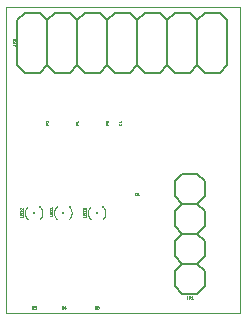
<source format=gto>
G75*
%MOIN*%
%OFA0B0*%
%FSLAX25Y25*%
%IPPOS*%
%LPD*%
%AMOC8*
5,1,8,0,0,1.08239X$1,22.5*
%
%ADD10C,0.00000*%
%ADD11C,0.00100*%
%ADD12C,0.00600*%
%ADD13C,0.00400*%
%ADD14R,0.00787X0.00787*%
%ADD15R,0.00984X0.00591*%
D10*
X0006500Y0005500D02*
X0006500Y0107500D01*
X0084500Y0107500D01*
X0084500Y0005500D01*
X0006500Y0005500D01*
D11*
X0015053Y0007050D02*
X0015053Y0007950D01*
X0015303Y0007950D01*
X0015333Y0007948D01*
X0015363Y0007943D01*
X0015392Y0007934D01*
X0015419Y0007921D01*
X0015445Y0007906D01*
X0015469Y0007887D01*
X0015490Y0007866D01*
X0015509Y0007842D01*
X0015524Y0007816D01*
X0015537Y0007789D01*
X0015546Y0007760D01*
X0015551Y0007730D01*
X0015553Y0007700D01*
X0015551Y0007670D01*
X0015546Y0007640D01*
X0015537Y0007611D01*
X0015524Y0007584D01*
X0015509Y0007558D01*
X0015490Y0007534D01*
X0015469Y0007513D01*
X0015445Y0007494D01*
X0015419Y0007479D01*
X0015392Y0007466D01*
X0015363Y0007457D01*
X0015333Y0007452D01*
X0015303Y0007450D01*
X0015053Y0007450D01*
X0015353Y0007450D02*
X0015553Y0007050D01*
X0015947Y0007050D02*
X0016247Y0007050D01*
X0016273Y0007052D01*
X0016299Y0007057D01*
X0016324Y0007065D01*
X0016347Y0007077D01*
X0016369Y0007091D01*
X0016388Y0007109D01*
X0016406Y0007128D01*
X0016420Y0007150D01*
X0016432Y0007173D01*
X0016440Y0007198D01*
X0016445Y0007224D01*
X0016447Y0007250D01*
X0016447Y0007350D01*
X0016445Y0007376D01*
X0016440Y0007402D01*
X0016432Y0007427D01*
X0016420Y0007450D01*
X0016406Y0007472D01*
X0016388Y0007491D01*
X0016369Y0007509D01*
X0016347Y0007523D01*
X0016324Y0007535D01*
X0016299Y0007543D01*
X0016273Y0007548D01*
X0016247Y0007550D01*
X0015947Y0007550D01*
X0015947Y0007950D01*
X0016447Y0007950D01*
X0025053Y0007950D02*
X0025053Y0007050D01*
X0025053Y0007450D02*
X0025303Y0007450D01*
X0025353Y0007450D02*
X0025553Y0007050D01*
X0025947Y0007250D02*
X0026447Y0007250D01*
X0026297Y0007450D02*
X0026297Y0007050D01*
X0025947Y0007250D02*
X0026147Y0007950D01*
X0025303Y0007950D02*
X0025053Y0007950D01*
X0025303Y0007950D02*
X0025333Y0007948D01*
X0025363Y0007943D01*
X0025392Y0007934D01*
X0025419Y0007921D01*
X0025445Y0007906D01*
X0025469Y0007887D01*
X0025490Y0007866D01*
X0025509Y0007842D01*
X0025524Y0007816D01*
X0025537Y0007789D01*
X0025546Y0007760D01*
X0025551Y0007730D01*
X0025553Y0007700D01*
X0025551Y0007670D01*
X0025546Y0007640D01*
X0025537Y0007611D01*
X0025524Y0007584D01*
X0025509Y0007558D01*
X0025490Y0007534D01*
X0025469Y0007513D01*
X0025445Y0007494D01*
X0025419Y0007479D01*
X0025392Y0007466D01*
X0025363Y0007457D01*
X0025333Y0007452D01*
X0025303Y0007450D01*
X0036053Y0007450D02*
X0036303Y0007450D01*
X0036353Y0007450D02*
X0036553Y0007050D01*
X0036947Y0007300D02*
X0036947Y0007550D01*
X0037247Y0007550D01*
X0036947Y0007550D02*
X0036949Y0007589D01*
X0036955Y0007628D01*
X0036964Y0007666D01*
X0036977Y0007703D01*
X0036994Y0007739D01*
X0037014Y0007772D01*
X0037038Y0007804D01*
X0037064Y0007833D01*
X0037093Y0007859D01*
X0037125Y0007883D01*
X0037158Y0007903D01*
X0037194Y0007920D01*
X0037231Y0007933D01*
X0037269Y0007942D01*
X0037308Y0007948D01*
X0037347Y0007950D01*
X0037447Y0007350D02*
X0037447Y0007300D01*
X0037447Y0007350D02*
X0037445Y0007376D01*
X0037440Y0007402D01*
X0037432Y0007427D01*
X0037420Y0007450D01*
X0037406Y0007472D01*
X0037388Y0007491D01*
X0037369Y0007509D01*
X0037347Y0007523D01*
X0037324Y0007535D01*
X0037299Y0007543D01*
X0037273Y0007548D01*
X0037247Y0007550D01*
X0037447Y0007300D02*
X0037445Y0007270D01*
X0037440Y0007240D01*
X0037431Y0007211D01*
X0037418Y0007184D01*
X0037403Y0007158D01*
X0037384Y0007134D01*
X0037363Y0007113D01*
X0037339Y0007094D01*
X0037313Y0007079D01*
X0037286Y0007066D01*
X0037257Y0007057D01*
X0037227Y0007052D01*
X0037197Y0007050D01*
X0037167Y0007052D01*
X0037137Y0007057D01*
X0037108Y0007066D01*
X0037081Y0007079D01*
X0037055Y0007094D01*
X0037031Y0007113D01*
X0037010Y0007134D01*
X0036991Y0007158D01*
X0036976Y0007184D01*
X0036963Y0007211D01*
X0036954Y0007240D01*
X0036949Y0007270D01*
X0036947Y0007300D01*
X0036303Y0007450D02*
X0036333Y0007452D01*
X0036363Y0007457D01*
X0036392Y0007466D01*
X0036419Y0007479D01*
X0036445Y0007494D01*
X0036469Y0007513D01*
X0036490Y0007534D01*
X0036509Y0007558D01*
X0036524Y0007584D01*
X0036537Y0007611D01*
X0036546Y0007640D01*
X0036551Y0007670D01*
X0036553Y0007700D01*
X0036551Y0007730D01*
X0036546Y0007760D01*
X0036537Y0007789D01*
X0036524Y0007816D01*
X0036509Y0007842D01*
X0036490Y0007866D01*
X0036469Y0007887D01*
X0036445Y0007906D01*
X0036419Y0007921D01*
X0036392Y0007934D01*
X0036363Y0007943D01*
X0036333Y0007948D01*
X0036303Y0007950D01*
X0036053Y0007950D01*
X0036053Y0007050D01*
X0033200Y0037550D02*
X0032300Y0037550D01*
X0032300Y0038330D02*
X0032300Y0038730D01*
X0032300Y0039108D02*
X0032300Y0039358D01*
X0032302Y0039388D01*
X0032307Y0039418D01*
X0032316Y0039447D01*
X0032329Y0039474D01*
X0032344Y0039500D01*
X0032363Y0039524D01*
X0032384Y0039545D01*
X0032408Y0039564D01*
X0032434Y0039579D01*
X0032461Y0039592D01*
X0032490Y0039601D01*
X0032520Y0039606D01*
X0032550Y0039608D01*
X0032950Y0039608D01*
X0032980Y0039606D01*
X0033010Y0039601D01*
X0033039Y0039592D01*
X0033066Y0039579D01*
X0033092Y0039564D01*
X0033116Y0039545D01*
X0033137Y0039524D01*
X0033156Y0039500D01*
X0033171Y0039474D01*
X0033184Y0039447D01*
X0033193Y0039418D01*
X0033198Y0039388D01*
X0033200Y0039358D01*
X0033200Y0039108D01*
X0032300Y0039108D01*
X0032700Y0038630D02*
X0032700Y0038330D01*
X0032300Y0038330D02*
X0033200Y0038330D01*
X0033200Y0038730D01*
X0033200Y0037950D02*
X0033200Y0037550D01*
X0033200Y0040038D02*
X0033200Y0040288D01*
X0033198Y0040318D01*
X0033193Y0040348D01*
X0033184Y0040377D01*
X0033171Y0040404D01*
X0033156Y0040430D01*
X0033137Y0040454D01*
X0033116Y0040475D01*
X0033092Y0040494D01*
X0033066Y0040509D01*
X0033039Y0040522D01*
X0033010Y0040531D01*
X0032980Y0040536D01*
X0032950Y0040538D01*
X0032920Y0040536D01*
X0032890Y0040531D01*
X0032861Y0040522D01*
X0032834Y0040509D01*
X0032808Y0040494D01*
X0032784Y0040475D01*
X0032763Y0040454D01*
X0032744Y0040430D01*
X0032729Y0040404D01*
X0032716Y0040377D01*
X0032707Y0040348D01*
X0032702Y0040318D01*
X0032700Y0040288D01*
X0032700Y0040338D02*
X0032700Y0040138D01*
X0032700Y0040338D02*
X0032698Y0040365D01*
X0032693Y0040392D01*
X0032683Y0040418D01*
X0032671Y0040442D01*
X0032655Y0040464D01*
X0032637Y0040484D01*
X0032615Y0040501D01*
X0032592Y0040516D01*
X0032567Y0040526D01*
X0032541Y0040534D01*
X0032514Y0040538D01*
X0032486Y0040538D01*
X0032459Y0040534D01*
X0032433Y0040526D01*
X0032408Y0040516D01*
X0032385Y0040501D01*
X0032363Y0040484D01*
X0032345Y0040464D01*
X0032329Y0040442D01*
X0032317Y0040418D01*
X0032307Y0040392D01*
X0032302Y0040365D01*
X0032300Y0040338D01*
X0032300Y0040038D01*
X0021950Y0040288D02*
X0021950Y0040788D01*
X0021950Y0040538D02*
X0021050Y0040538D01*
X0021250Y0040288D01*
X0021300Y0039858D02*
X0021700Y0039858D01*
X0021730Y0039856D01*
X0021760Y0039851D01*
X0021789Y0039842D01*
X0021816Y0039829D01*
X0021842Y0039814D01*
X0021866Y0039795D01*
X0021887Y0039774D01*
X0021906Y0039750D01*
X0021921Y0039724D01*
X0021934Y0039697D01*
X0021943Y0039668D01*
X0021948Y0039638D01*
X0021950Y0039608D01*
X0021950Y0039358D01*
X0021050Y0039358D01*
X0021050Y0039608D01*
X0021052Y0039638D01*
X0021057Y0039668D01*
X0021066Y0039697D01*
X0021079Y0039724D01*
X0021094Y0039750D01*
X0021113Y0039774D01*
X0021134Y0039795D01*
X0021158Y0039814D01*
X0021184Y0039829D01*
X0021211Y0039842D01*
X0021240Y0039851D01*
X0021270Y0039856D01*
X0021300Y0039858D01*
X0021050Y0038980D02*
X0021050Y0038580D01*
X0021950Y0038580D01*
X0021950Y0038980D01*
X0021450Y0038880D02*
X0021450Y0038580D01*
X0021950Y0038200D02*
X0021950Y0037800D01*
X0021050Y0037800D01*
X0012200Y0037950D02*
X0012200Y0037550D01*
X0011300Y0037550D01*
X0011300Y0038330D02*
X0011300Y0038730D01*
X0011300Y0039108D02*
X0011300Y0039358D01*
X0011302Y0039388D01*
X0011307Y0039418D01*
X0011316Y0039447D01*
X0011329Y0039474D01*
X0011344Y0039500D01*
X0011363Y0039524D01*
X0011384Y0039545D01*
X0011408Y0039564D01*
X0011434Y0039579D01*
X0011461Y0039592D01*
X0011490Y0039601D01*
X0011520Y0039606D01*
X0011550Y0039608D01*
X0011950Y0039608D01*
X0011980Y0039606D01*
X0012010Y0039601D01*
X0012039Y0039592D01*
X0012066Y0039579D01*
X0012092Y0039564D01*
X0012116Y0039545D01*
X0012137Y0039524D01*
X0012156Y0039500D01*
X0012171Y0039474D01*
X0012184Y0039447D01*
X0012193Y0039418D01*
X0012198Y0039388D01*
X0012200Y0039358D01*
X0012200Y0039108D01*
X0011300Y0039108D01*
X0011700Y0038630D02*
X0011700Y0038330D01*
X0011300Y0038330D02*
X0012200Y0038330D01*
X0012200Y0038730D01*
X0012200Y0040038D02*
X0012200Y0040538D01*
X0012200Y0040038D02*
X0011700Y0040463D01*
X0011300Y0040313D02*
X0011302Y0040280D01*
X0011308Y0040247D01*
X0011317Y0040216D01*
X0011330Y0040185D01*
X0011346Y0040157D01*
X0011365Y0040130D01*
X0011388Y0040106D01*
X0011413Y0040084D01*
X0011440Y0040065D01*
X0011469Y0040050D01*
X0011500Y0040038D01*
X0011700Y0040463D02*
X0011680Y0040482D01*
X0011657Y0040499D01*
X0011633Y0040513D01*
X0011607Y0040524D01*
X0011580Y0040532D01*
X0011553Y0040536D01*
X0011525Y0040538D01*
X0011498Y0040536D01*
X0011471Y0040531D01*
X0011445Y0040523D01*
X0011420Y0040512D01*
X0011397Y0040498D01*
X0011376Y0040481D01*
X0011357Y0040462D01*
X0011340Y0040441D01*
X0011326Y0040418D01*
X0011315Y0040393D01*
X0011307Y0040367D01*
X0011302Y0040340D01*
X0011300Y0040313D01*
X0019800Y0068303D02*
X0019800Y0068553D01*
X0019800Y0068303D02*
X0020700Y0068303D01*
X0020300Y0068303D02*
X0020300Y0068553D01*
X0020300Y0068603D02*
X0020700Y0068803D01*
X0020700Y0069197D02*
X0020200Y0069622D01*
X0019800Y0069472D02*
X0019802Y0069439D01*
X0019808Y0069406D01*
X0019817Y0069375D01*
X0019830Y0069344D01*
X0019846Y0069316D01*
X0019865Y0069289D01*
X0019888Y0069265D01*
X0019913Y0069243D01*
X0019940Y0069224D01*
X0019969Y0069209D01*
X0020000Y0069197D01*
X0020200Y0069622D02*
X0020180Y0069641D01*
X0020157Y0069658D01*
X0020133Y0069672D01*
X0020107Y0069683D01*
X0020080Y0069691D01*
X0020053Y0069695D01*
X0020025Y0069697D01*
X0019998Y0069695D01*
X0019971Y0069690D01*
X0019945Y0069682D01*
X0019920Y0069671D01*
X0019897Y0069657D01*
X0019876Y0069640D01*
X0019857Y0069621D01*
X0019840Y0069600D01*
X0019826Y0069577D01*
X0019815Y0069552D01*
X0019807Y0069526D01*
X0019802Y0069499D01*
X0019800Y0069472D01*
X0020700Y0069697D02*
X0020700Y0069197D01*
X0020300Y0068553D02*
X0020298Y0068583D01*
X0020293Y0068613D01*
X0020284Y0068642D01*
X0020271Y0068669D01*
X0020256Y0068695D01*
X0020237Y0068719D01*
X0020216Y0068740D01*
X0020192Y0068759D01*
X0020166Y0068774D01*
X0020139Y0068787D01*
X0020110Y0068796D01*
X0020080Y0068801D01*
X0020050Y0068803D01*
X0020020Y0068801D01*
X0019990Y0068796D01*
X0019961Y0068787D01*
X0019934Y0068774D01*
X0019908Y0068759D01*
X0019884Y0068740D01*
X0019863Y0068719D01*
X0019844Y0068695D01*
X0019829Y0068669D01*
X0019816Y0068642D01*
X0019807Y0068613D01*
X0019802Y0068583D01*
X0019800Y0068553D01*
X0029800Y0068553D02*
X0029800Y0068303D01*
X0030700Y0068303D01*
X0030300Y0068303D02*
X0030300Y0068553D01*
X0030300Y0068603D02*
X0030700Y0068803D01*
X0030700Y0069197D02*
X0030700Y0069697D01*
X0030700Y0069447D02*
X0029800Y0069447D01*
X0030000Y0069197D01*
X0029800Y0068553D02*
X0029802Y0068583D01*
X0029807Y0068613D01*
X0029816Y0068642D01*
X0029829Y0068669D01*
X0029844Y0068695D01*
X0029863Y0068719D01*
X0029884Y0068740D01*
X0029908Y0068759D01*
X0029934Y0068774D01*
X0029961Y0068787D01*
X0029990Y0068796D01*
X0030020Y0068801D01*
X0030050Y0068803D01*
X0030080Y0068801D01*
X0030110Y0068796D01*
X0030139Y0068787D01*
X0030166Y0068774D01*
X0030192Y0068759D01*
X0030216Y0068740D01*
X0030237Y0068719D01*
X0030256Y0068695D01*
X0030271Y0068669D01*
X0030284Y0068642D01*
X0030293Y0068613D01*
X0030298Y0068583D01*
X0030300Y0068553D01*
X0039800Y0068553D02*
X0039800Y0068303D01*
X0040700Y0068303D01*
X0040300Y0068303D02*
X0040300Y0068553D01*
X0040300Y0068603D02*
X0040700Y0068803D01*
X0040700Y0069197D02*
X0040700Y0069447D01*
X0040698Y0069477D01*
X0040693Y0069507D01*
X0040684Y0069536D01*
X0040671Y0069563D01*
X0040656Y0069589D01*
X0040637Y0069613D01*
X0040616Y0069634D01*
X0040592Y0069653D01*
X0040566Y0069668D01*
X0040539Y0069681D01*
X0040510Y0069690D01*
X0040480Y0069695D01*
X0040450Y0069697D01*
X0040420Y0069695D01*
X0040390Y0069690D01*
X0040361Y0069681D01*
X0040334Y0069668D01*
X0040308Y0069653D01*
X0040284Y0069634D01*
X0040263Y0069613D01*
X0040244Y0069589D01*
X0040229Y0069563D01*
X0040216Y0069536D01*
X0040207Y0069507D01*
X0040202Y0069477D01*
X0040200Y0069447D01*
X0040200Y0069497D02*
X0040200Y0069297D01*
X0040200Y0069497D02*
X0040198Y0069524D01*
X0040193Y0069551D01*
X0040183Y0069577D01*
X0040171Y0069601D01*
X0040155Y0069623D01*
X0040137Y0069643D01*
X0040115Y0069660D01*
X0040092Y0069675D01*
X0040067Y0069685D01*
X0040041Y0069693D01*
X0040014Y0069697D01*
X0039986Y0069697D01*
X0039959Y0069693D01*
X0039933Y0069685D01*
X0039908Y0069675D01*
X0039885Y0069660D01*
X0039863Y0069643D01*
X0039845Y0069623D01*
X0039829Y0069601D01*
X0039817Y0069577D01*
X0039807Y0069551D01*
X0039802Y0069524D01*
X0039800Y0069497D01*
X0039800Y0069197D01*
X0039800Y0068553D02*
X0039802Y0068583D01*
X0039807Y0068613D01*
X0039816Y0068642D01*
X0039829Y0068669D01*
X0039844Y0068695D01*
X0039863Y0068719D01*
X0039884Y0068740D01*
X0039908Y0068759D01*
X0039934Y0068774D01*
X0039961Y0068787D01*
X0039990Y0068796D01*
X0040020Y0068801D01*
X0040050Y0068803D01*
X0040080Y0068801D01*
X0040110Y0068796D01*
X0040139Y0068787D01*
X0040166Y0068774D01*
X0040192Y0068759D01*
X0040216Y0068740D01*
X0040237Y0068719D01*
X0040256Y0068695D01*
X0040271Y0068669D01*
X0040284Y0068642D01*
X0040293Y0068613D01*
X0040298Y0068583D01*
X0040300Y0068553D01*
X0044050Y0068574D02*
X0044050Y0068774D01*
X0044050Y0068574D02*
X0044052Y0068548D01*
X0044057Y0068522D01*
X0044065Y0068497D01*
X0044077Y0068474D01*
X0044091Y0068452D01*
X0044109Y0068433D01*
X0044128Y0068415D01*
X0044150Y0068401D01*
X0044173Y0068389D01*
X0044198Y0068381D01*
X0044224Y0068376D01*
X0044250Y0068374D01*
X0044750Y0068374D01*
X0044776Y0068376D01*
X0044802Y0068381D01*
X0044827Y0068389D01*
X0044850Y0068401D01*
X0044872Y0068415D01*
X0044891Y0068433D01*
X0044909Y0068452D01*
X0044923Y0068474D01*
X0044935Y0068497D01*
X0044943Y0068522D01*
X0044948Y0068548D01*
X0044950Y0068574D01*
X0044950Y0068774D01*
X0044950Y0069126D02*
X0044950Y0069626D01*
X0044950Y0069376D02*
X0044050Y0069376D01*
X0044250Y0069126D01*
X0049565Y0045450D02*
X0049565Y0045050D01*
X0049567Y0045020D01*
X0049572Y0044990D01*
X0049581Y0044961D01*
X0049594Y0044934D01*
X0049609Y0044908D01*
X0049628Y0044884D01*
X0049649Y0044863D01*
X0049673Y0044844D01*
X0049699Y0044829D01*
X0049726Y0044816D01*
X0049755Y0044807D01*
X0049785Y0044802D01*
X0049815Y0044800D01*
X0049845Y0044802D01*
X0049875Y0044807D01*
X0049904Y0044816D01*
X0049931Y0044829D01*
X0049957Y0044844D01*
X0049981Y0044863D01*
X0050002Y0044884D01*
X0050021Y0044908D01*
X0050036Y0044934D01*
X0050049Y0044961D01*
X0050058Y0044990D01*
X0050063Y0045020D01*
X0050065Y0045050D01*
X0050065Y0045450D01*
X0050063Y0045480D01*
X0050058Y0045510D01*
X0050049Y0045539D01*
X0050036Y0045566D01*
X0050021Y0045592D01*
X0050002Y0045616D01*
X0049981Y0045637D01*
X0049957Y0045656D01*
X0049931Y0045671D01*
X0049904Y0045684D01*
X0049875Y0045693D01*
X0049845Y0045698D01*
X0049815Y0045700D01*
X0049785Y0045698D01*
X0049755Y0045693D01*
X0049726Y0045684D01*
X0049699Y0045671D01*
X0049673Y0045656D01*
X0049649Y0045637D01*
X0049628Y0045616D01*
X0049609Y0045592D01*
X0049594Y0045566D01*
X0049581Y0045539D01*
X0049572Y0045510D01*
X0049567Y0045480D01*
X0049565Y0045450D01*
X0049965Y0045000D02*
X0050165Y0044800D01*
X0050435Y0044800D02*
X0050935Y0044800D01*
X0050685Y0044800D02*
X0050685Y0045700D01*
X0050435Y0045500D01*
X0067037Y0011250D02*
X0067037Y0010550D01*
X0067035Y0010524D01*
X0067030Y0010498D01*
X0067022Y0010473D01*
X0067010Y0010450D01*
X0066996Y0010428D01*
X0066978Y0010409D01*
X0066959Y0010391D01*
X0066937Y0010377D01*
X0066914Y0010365D01*
X0066889Y0010357D01*
X0066863Y0010352D01*
X0066837Y0010350D01*
X0066737Y0010350D01*
X0067508Y0010350D02*
X0067508Y0011250D01*
X0067758Y0011250D01*
X0067788Y0011248D01*
X0067818Y0011243D01*
X0067847Y0011234D01*
X0067874Y0011221D01*
X0067900Y0011206D01*
X0067924Y0011187D01*
X0067945Y0011166D01*
X0067964Y0011142D01*
X0067979Y0011116D01*
X0067992Y0011089D01*
X0068001Y0011060D01*
X0068006Y0011030D01*
X0068008Y0011000D01*
X0068006Y0010970D01*
X0068001Y0010940D01*
X0067992Y0010911D01*
X0067979Y0010884D01*
X0067964Y0010858D01*
X0067945Y0010834D01*
X0067924Y0010813D01*
X0067900Y0010794D01*
X0067874Y0010779D01*
X0067847Y0010766D01*
X0067818Y0010757D01*
X0067788Y0010752D01*
X0067758Y0010750D01*
X0067508Y0010750D01*
X0068363Y0011050D02*
X0068613Y0011250D01*
X0068613Y0010350D01*
X0068363Y0010350D02*
X0068863Y0010350D01*
X0009700Y0094687D02*
X0009700Y0094787D01*
X0009698Y0094813D01*
X0009693Y0094839D01*
X0009685Y0094864D01*
X0009673Y0094887D01*
X0009659Y0094909D01*
X0009641Y0094928D01*
X0009622Y0094946D01*
X0009600Y0094960D01*
X0009577Y0094972D01*
X0009552Y0094980D01*
X0009526Y0094985D01*
X0009500Y0094987D01*
X0008800Y0094987D01*
X0008800Y0095458D02*
X0008800Y0095708D01*
X0008802Y0095738D01*
X0008807Y0095768D01*
X0008816Y0095797D01*
X0008829Y0095824D01*
X0008844Y0095850D01*
X0008863Y0095874D01*
X0008884Y0095895D01*
X0008908Y0095914D01*
X0008934Y0095929D01*
X0008961Y0095942D01*
X0008990Y0095951D01*
X0009020Y0095956D01*
X0009050Y0095958D01*
X0009080Y0095956D01*
X0009110Y0095951D01*
X0009139Y0095942D01*
X0009166Y0095929D01*
X0009192Y0095914D01*
X0009216Y0095895D01*
X0009237Y0095874D01*
X0009256Y0095850D01*
X0009271Y0095824D01*
X0009284Y0095797D01*
X0009293Y0095768D01*
X0009298Y0095738D01*
X0009300Y0095708D01*
X0009300Y0095458D01*
X0009700Y0095458D02*
X0008800Y0095458D01*
X0009200Y0096738D02*
X0009180Y0096757D01*
X0009157Y0096774D01*
X0009133Y0096788D01*
X0009107Y0096799D01*
X0009080Y0096807D01*
X0009053Y0096811D01*
X0009025Y0096813D01*
X0009200Y0096738D02*
X0009700Y0096313D01*
X0009700Y0096813D01*
X0009000Y0096313D02*
X0008969Y0096325D01*
X0008940Y0096340D01*
X0008913Y0096359D01*
X0008888Y0096381D01*
X0008865Y0096405D01*
X0008846Y0096432D01*
X0008830Y0096460D01*
X0008817Y0096491D01*
X0008808Y0096522D01*
X0008802Y0096555D01*
X0008800Y0096588D01*
X0008802Y0096615D01*
X0008807Y0096642D01*
X0008815Y0096668D01*
X0008826Y0096693D01*
X0008840Y0096716D01*
X0008857Y0096737D01*
X0008876Y0096756D01*
X0008897Y0096773D01*
X0008920Y0096787D01*
X0008945Y0096798D01*
X0008971Y0096806D01*
X0008998Y0096811D01*
X0009025Y0096813D01*
D12*
X0010250Y0103250D02*
X0012750Y0105750D01*
X0017750Y0105750D01*
X0020250Y0103250D01*
X0020250Y0088250D01*
X0022750Y0085750D01*
X0027750Y0085750D01*
X0030250Y0088250D01*
X0030250Y0103250D01*
X0032750Y0105750D01*
X0037750Y0105750D01*
X0040250Y0103250D01*
X0040250Y0088250D01*
X0042750Y0085750D01*
X0047750Y0085750D01*
X0050250Y0088250D01*
X0050250Y0103250D01*
X0052750Y0105750D01*
X0057750Y0105750D01*
X0060250Y0103250D01*
X0060250Y0088250D01*
X0062750Y0085750D01*
X0067750Y0085750D01*
X0070250Y0088250D01*
X0072750Y0085750D01*
X0077750Y0085750D01*
X0080250Y0088250D01*
X0080250Y0103250D01*
X0077750Y0105750D01*
X0072750Y0105750D01*
X0070250Y0103250D01*
X0070250Y0088250D01*
X0060250Y0088250D02*
X0057750Y0085750D01*
X0052750Y0085750D01*
X0050250Y0088250D01*
X0040250Y0088250D02*
X0037750Y0085750D01*
X0032750Y0085750D01*
X0030250Y0088250D01*
X0020250Y0088250D02*
X0017750Y0085750D01*
X0012750Y0085750D01*
X0010250Y0088250D01*
X0010250Y0103250D01*
X0020250Y0103250D02*
X0022750Y0105750D01*
X0027750Y0105750D01*
X0030250Y0103250D01*
X0040250Y0103250D02*
X0042750Y0105750D01*
X0047750Y0105750D01*
X0050250Y0103250D01*
X0060250Y0103250D02*
X0062750Y0105750D01*
X0067750Y0105750D01*
X0070250Y0103250D01*
X0070250Y0052000D02*
X0065250Y0052000D01*
X0062750Y0049500D01*
X0062750Y0044500D01*
X0065250Y0042000D01*
X0070250Y0042000D01*
X0072750Y0044500D01*
X0072750Y0049500D01*
X0070250Y0052000D01*
X0070250Y0042000D02*
X0072750Y0039500D01*
X0072750Y0034500D01*
X0070250Y0032000D01*
X0072750Y0029500D01*
X0072750Y0024500D01*
X0070250Y0022000D01*
X0072750Y0019500D01*
X0072750Y0014500D01*
X0070250Y0012000D01*
X0065250Y0012000D01*
X0062750Y0014500D01*
X0062750Y0019500D01*
X0065250Y0022000D01*
X0062750Y0024500D01*
X0062750Y0029500D01*
X0065250Y0032000D01*
X0070250Y0032000D01*
X0065250Y0032000D02*
X0062750Y0034500D01*
X0062750Y0039500D01*
X0065250Y0042000D01*
X0065250Y0022000D02*
X0070250Y0022000D01*
D13*
X0038718Y0036835D02*
X0038795Y0036908D01*
X0038870Y0036983D01*
X0038941Y0037061D01*
X0039010Y0037142D01*
X0039076Y0037225D01*
X0039139Y0037310D01*
X0039198Y0037398D01*
X0039255Y0037487D01*
X0039308Y0037579D01*
X0039358Y0037673D01*
X0039404Y0037768D01*
X0039447Y0037865D01*
X0039486Y0037963D01*
X0039522Y0038063D01*
X0039554Y0038164D01*
X0039582Y0038266D01*
X0039607Y0038369D01*
X0039628Y0038473D01*
X0039645Y0038578D01*
X0039659Y0038683D01*
X0039668Y0038788D01*
X0039674Y0038894D01*
X0039676Y0039000D01*
X0039674Y0039106D01*
X0039668Y0039212D01*
X0039659Y0039317D01*
X0039645Y0039422D01*
X0039628Y0039527D01*
X0039607Y0039631D01*
X0039582Y0039734D01*
X0039554Y0039836D01*
X0039522Y0039937D01*
X0039486Y0040037D01*
X0039447Y0040135D01*
X0039404Y0040232D01*
X0039358Y0040327D01*
X0039308Y0040421D01*
X0039255Y0040513D01*
X0039198Y0040602D01*
X0039139Y0040690D01*
X0039076Y0040775D01*
X0039010Y0040858D01*
X0038941Y0040939D01*
X0038870Y0041017D01*
X0038795Y0041092D01*
X0038718Y0041165D01*
X0034782Y0041165D02*
X0034705Y0041092D01*
X0034630Y0041017D01*
X0034559Y0040939D01*
X0034490Y0040858D01*
X0034424Y0040775D01*
X0034361Y0040690D01*
X0034302Y0040602D01*
X0034245Y0040513D01*
X0034192Y0040421D01*
X0034142Y0040327D01*
X0034096Y0040232D01*
X0034053Y0040135D01*
X0034014Y0040037D01*
X0033978Y0039937D01*
X0033946Y0039836D01*
X0033918Y0039734D01*
X0033893Y0039631D01*
X0033872Y0039527D01*
X0033855Y0039422D01*
X0033841Y0039317D01*
X0033832Y0039212D01*
X0033826Y0039106D01*
X0033824Y0039000D01*
X0033826Y0038894D01*
X0033832Y0038788D01*
X0033841Y0038683D01*
X0033855Y0038578D01*
X0033872Y0038473D01*
X0033893Y0038369D01*
X0033918Y0038266D01*
X0033946Y0038164D01*
X0033978Y0038063D01*
X0034014Y0037963D01*
X0034053Y0037865D01*
X0034096Y0037768D01*
X0034142Y0037673D01*
X0034192Y0037579D01*
X0034245Y0037487D01*
X0034302Y0037398D01*
X0034361Y0037310D01*
X0034424Y0037225D01*
X0034490Y0037142D01*
X0034559Y0037061D01*
X0034630Y0036983D01*
X0034705Y0036908D01*
X0034782Y0036835D01*
X0027468Y0036835D02*
X0027545Y0036908D01*
X0027620Y0036983D01*
X0027691Y0037061D01*
X0027760Y0037142D01*
X0027826Y0037225D01*
X0027889Y0037310D01*
X0027948Y0037398D01*
X0028005Y0037487D01*
X0028058Y0037579D01*
X0028108Y0037673D01*
X0028154Y0037768D01*
X0028197Y0037865D01*
X0028236Y0037963D01*
X0028272Y0038063D01*
X0028304Y0038164D01*
X0028332Y0038266D01*
X0028357Y0038369D01*
X0028378Y0038473D01*
X0028395Y0038578D01*
X0028409Y0038683D01*
X0028418Y0038788D01*
X0028424Y0038894D01*
X0028426Y0039000D01*
X0028424Y0039106D01*
X0028418Y0039212D01*
X0028409Y0039317D01*
X0028395Y0039422D01*
X0028378Y0039527D01*
X0028357Y0039631D01*
X0028332Y0039734D01*
X0028304Y0039836D01*
X0028272Y0039937D01*
X0028236Y0040037D01*
X0028197Y0040135D01*
X0028154Y0040232D01*
X0028108Y0040327D01*
X0028058Y0040421D01*
X0028005Y0040513D01*
X0027948Y0040602D01*
X0027889Y0040690D01*
X0027826Y0040775D01*
X0027760Y0040858D01*
X0027691Y0040939D01*
X0027620Y0041017D01*
X0027545Y0041092D01*
X0027468Y0041165D01*
X0023532Y0041165D02*
X0023455Y0041092D01*
X0023380Y0041017D01*
X0023309Y0040939D01*
X0023240Y0040858D01*
X0023174Y0040775D01*
X0023111Y0040690D01*
X0023052Y0040602D01*
X0022995Y0040513D01*
X0022942Y0040421D01*
X0022892Y0040327D01*
X0022846Y0040232D01*
X0022803Y0040135D01*
X0022764Y0040037D01*
X0022728Y0039937D01*
X0022696Y0039836D01*
X0022668Y0039734D01*
X0022643Y0039631D01*
X0022622Y0039527D01*
X0022605Y0039422D01*
X0022591Y0039317D01*
X0022582Y0039212D01*
X0022576Y0039106D01*
X0022574Y0039000D01*
X0022576Y0038894D01*
X0022582Y0038788D01*
X0022591Y0038683D01*
X0022605Y0038578D01*
X0022622Y0038473D01*
X0022643Y0038369D01*
X0022668Y0038266D01*
X0022696Y0038164D01*
X0022728Y0038063D01*
X0022764Y0037963D01*
X0022803Y0037865D01*
X0022846Y0037768D01*
X0022892Y0037673D01*
X0022942Y0037579D01*
X0022995Y0037487D01*
X0023052Y0037398D01*
X0023111Y0037310D01*
X0023174Y0037225D01*
X0023240Y0037142D01*
X0023309Y0037061D01*
X0023380Y0036983D01*
X0023455Y0036908D01*
X0023532Y0036835D01*
X0017718Y0036835D02*
X0017795Y0036908D01*
X0017870Y0036983D01*
X0017941Y0037061D01*
X0018010Y0037142D01*
X0018076Y0037225D01*
X0018139Y0037310D01*
X0018198Y0037398D01*
X0018255Y0037487D01*
X0018308Y0037579D01*
X0018358Y0037673D01*
X0018404Y0037768D01*
X0018447Y0037865D01*
X0018486Y0037963D01*
X0018522Y0038063D01*
X0018554Y0038164D01*
X0018582Y0038266D01*
X0018607Y0038369D01*
X0018628Y0038473D01*
X0018645Y0038578D01*
X0018659Y0038683D01*
X0018668Y0038788D01*
X0018674Y0038894D01*
X0018676Y0039000D01*
X0018674Y0039106D01*
X0018668Y0039212D01*
X0018659Y0039317D01*
X0018645Y0039422D01*
X0018628Y0039527D01*
X0018607Y0039631D01*
X0018582Y0039734D01*
X0018554Y0039836D01*
X0018522Y0039937D01*
X0018486Y0040037D01*
X0018447Y0040135D01*
X0018404Y0040232D01*
X0018358Y0040327D01*
X0018308Y0040421D01*
X0018255Y0040513D01*
X0018198Y0040602D01*
X0018139Y0040690D01*
X0018076Y0040775D01*
X0018010Y0040858D01*
X0017941Y0040939D01*
X0017870Y0041017D01*
X0017795Y0041092D01*
X0017718Y0041165D01*
X0013782Y0041165D02*
X0013705Y0041092D01*
X0013630Y0041017D01*
X0013559Y0040939D01*
X0013490Y0040858D01*
X0013424Y0040775D01*
X0013361Y0040690D01*
X0013302Y0040602D01*
X0013245Y0040513D01*
X0013192Y0040421D01*
X0013142Y0040327D01*
X0013096Y0040232D01*
X0013053Y0040135D01*
X0013014Y0040037D01*
X0012978Y0039937D01*
X0012946Y0039836D01*
X0012918Y0039734D01*
X0012893Y0039631D01*
X0012872Y0039527D01*
X0012855Y0039422D01*
X0012841Y0039317D01*
X0012832Y0039212D01*
X0012826Y0039106D01*
X0012824Y0039000D01*
X0012826Y0038894D01*
X0012832Y0038788D01*
X0012841Y0038683D01*
X0012855Y0038578D01*
X0012872Y0038473D01*
X0012893Y0038369D01*
X0012918Y0038266D01*
X0012946Y0038164D01*
X0012978Y0038063D01*
X0013014Y0037963D01*
X0013053Y0037865D01*
X0013096Y0037768D01*
X0013142Y0037673D01*
X0013192Y0037579D01*
X0013245Y0037487D01*
X0013302Y0037398D01*
X0013361Y0037310D01*
X0013424Y0037225D01*
X0013490Y0037142D01*
X0013559Y0037061D01*
X0013630Y0036983D01*
X0013705Y0036908D01*
X0013782Y0036835D01*
D14*
X0015750Y0039000D03*
X0025500Y0039000D03*
X0036750Y0039000D03*
D15*
X0039014Y0041067D03*
X0027764Y0041067D03*
X0018014Y0041067D03*
M02*

</source>
